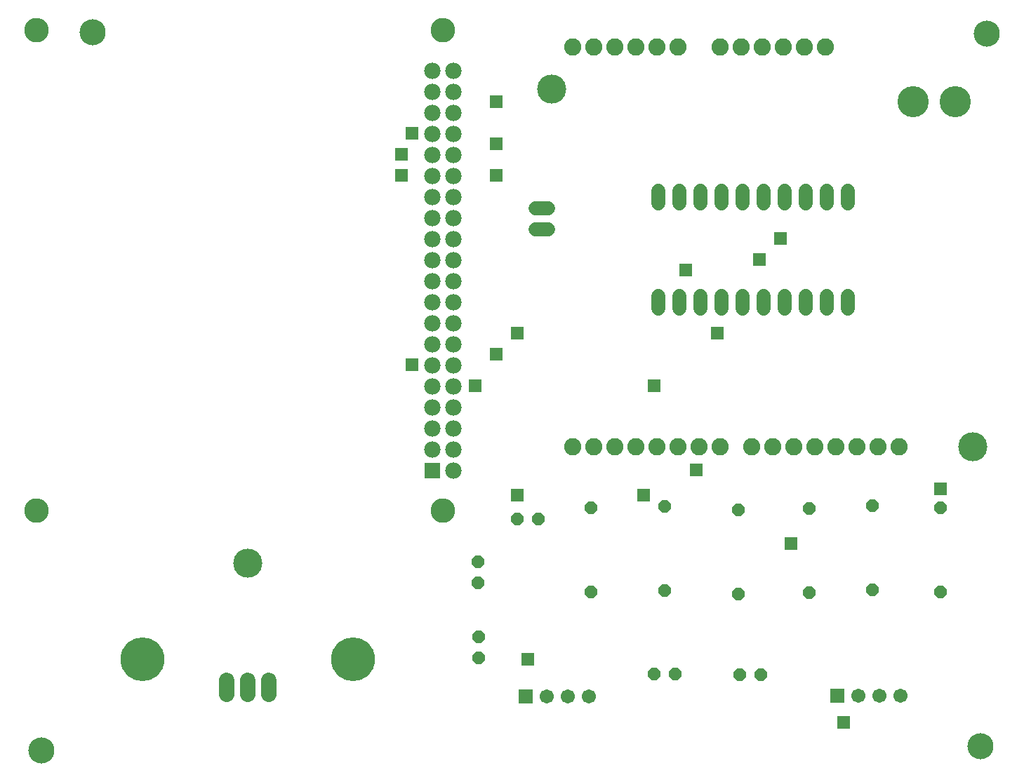
<source format=gbr>
G04 EAGLE Gerber RS-274X export*
G75*
%MOMM*%
%FSLAX34Y34*%
%LPD*%
%INSoldermask Top*%
%IPPOS*%
%AMOC8*
5,1,8,0,0,1.08239X$1,22.5*%
G01*
%ADD10C,3.149600*%
%ADD11P,1.649562X8X292.500000*%
%ADD12P,1.649562X8X112.500000*%
%ADD13C,1.879600*%
%ADD14C,3.505200*%
%ADD15C,1.727200*%
%ADD16C,3.759200*%
%ADD17P,1.649562X8X22.500000*%
%ADD18C,2.953200*%
%ADD19R,1.981200X1.981200*%
%ADD20C,1.981200*%
%ADD21R,1.711200X1.711200*%
%ADD22C,1.711200*%
%ADD23C,2.082800*%
%ADD24C,5.283200*%
%ADD25R,1.553200X1.553200*%


D10*
X35306Y42418D03*
X97028Y909066D03*
X1176020Y907796D03*
X1168400Y47244D03*
D11*
X562102Y270002D03*
X562102Y244602D03*
D12*
X562610Y153670D03*
X562610Y179070D03*
D13*
X258826Y127000D02*
X258826Y110236D01*
X284226Y110236D02*
X284226Y127000D01*
X309626Y127000D02*
X309626Y110236D01*
D14*
X284226Y268478D03*
D15*
X631865Y671576D02*
X647105Y671576D01*
X647105Y696976D02*
X631865Y696976D01*
D16*
X1086866Y825246D03*
X1137666Y825246D03*
D17*
X877824Y133350D03*
X903224Y133350D03*
X774446Y134366D03*
X799846Y134366D03*
D18*
X29666Y331418D03*
X519666Y331418D03*
X29666Y911418D03*
X519666Y911418D03*
D19*
X506966Y380118D03*
D20*
X532366Y380118D03*
X506966Y405518D03*
X532366Y405518D03*
X506966Y430918D03*
X532366Y430918D03*
X506966Y456318D03*
X532366Y456318D03*
X506966Y481718D03*
X532366Y481718D03*
X506966Y507118D03*
X532366Y507118D03*
X506966Y532518D03*
X532366Y532518D03*
X506966Y557918D03*
X532366Y557918D03*
X506966Y583318D03*
X532366Y583318D03*
X506966Y608718D03*
X532366Y608718D03*
X506966Y634118D03*
X532366Y634118D03*
X506966Y659518D03*
X532366Y659518D03*
X506966Y684918D03*
X532366Y684918D03*
X506966Y710318D03*
X532366Y710318D03*
X506966Y735718D03*
X532366Y735718D03*
X506966Y761118D03*
X532366Y761118D03*
X506966Y786518D03*
X532366Y786518D03*
X506966Y811918D03*
X532366Y811918D03*
X506966Y837318D03*
X532366Y837318D03*
X506966Y862718D03*
X532366Y862718D03*
D11*
X1037590Y337566D03*
X1037590Y235966D03*
X698246Y335026D03*
X698246Y233426D03*
X961898Y334772D03*
X961898Y233172D03*
X875792Y332740D03*
X875792Y231140D03*
X787146Y336550D03*
X787146Y234950D03*
D15*
X779526Y575310D02*
X779526Y590550D01*
X804926Y590550D02*
X804926Y575310D01*
X830326Y575310D02*
X830326Y590550D01*
X855726Y590550D02*
X855726Y575310D01*
X881126Y575310D02*
X881126Y590550D01*
X906526Y590550D02*
X906526Y575310D01*
X931926Y575310D02*
X931926Y590550D01*
X957326Y590550D02*
X957326Y575310D01*
X982726Y575310D02*
X982726Y590550D01*
X1008126Y590550D02*
X1008126Y575310D01*
X1008126Y702310D02*
X1008126Y717550D01*
X982726Y717550D02*
X982726Y702310D01*
X957326Y702310D02*
X957326Y717550D01*
X931926Y717550D02*
X931926Y702310D01*
X906526Y702310D02*
X906526Y717550D01*
X881126Y717550D02*
X881126Y702310D01*
X855726Y702310D02*
X855726Y717550D01*
X830326Y717550D02*
X830326Y702310D01*
X804926Y702310D02*
X804926Y717550D01*
X779526Y717550D02*
X779526Y702310D01*
D21*
X995680Y108712D03*
D22*
X1021080Y108712D03*
X1046480Y108712D03*
X1071880Y108712D03*
D21*
X619760Y107696D03*
D22*
X645160Y107696D03*
X670560Y107696D03*
X695960Y107696D03*
D23*
X981456Y891794D03*
X956056Y891794D03*
X930656Y891794D03*
X905256Y891794D03*
X879856Y891794D03*
X854456Y891794D03*
X803656Y891794D03*
X778256Y891794D03*
X752856Y891794D03*
X727456Y891794D03*
X702056Y891794D03*
X676656Y891794D03*
X676656Y409194D03*
X702056Y409194D03*
X727456Y409194D03*
X752856Y409194D03*
X778256Y409194D03*
X803656Y409194D03*
X829056Y409194D03*
X854456Y409194D03*
X892556Y409194D03*
X917956Y409194D03*
X943356Y409194D03*
X968756Y409194D03*
X994156Y409194D03*
X1019556Y409194D03*
X1044956Y409194D03*
X1070356Y409194D03*
D14*
X651256Y840994D03*
X1159256Y409194D03*
D24*
X156972Y152400D03*
X410972Y152400D03*
D17*
X609600Y321564D03*
X635000Y321564D03*
D12*
X1119886Y233934D03*
X1119886Y335534D03*
D25*
X584200Y774700D03*
X812800Y622300D03*
X584200Y825500D03*
X901700Y635000D03*
X469900Y736600D03*
X850900Y546100D03*
X469900Y762000D03*
X927100Y660400D03*
X584200Y736600D03*
X774700Y482600D03*
X482600Y787400D03*
X825500Y381000D03*
X584200Y520700D03*
X939800Y292100D03*
X558800Y482600D03*
X1003300Y76200D03*
X482600Y508000D03*
X622300Y152400D03*
X609600Y546100D03*
X609600Y350520D03*
X1120140Y358140D03*
X762000Y350520D03*
M02*

</source>
